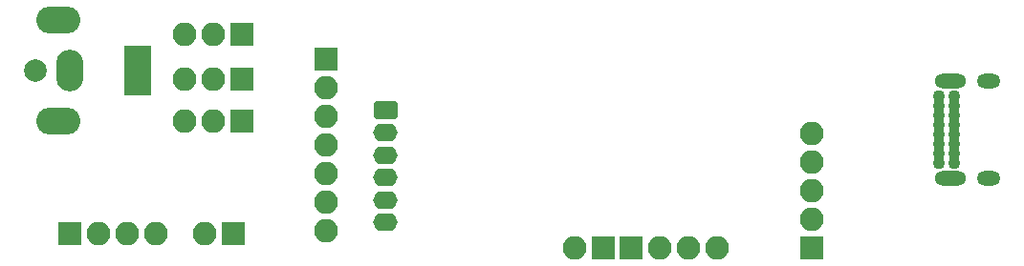
<source format=gbr>
G04 #@! TF.GenerationSoftware,KiCad,Pcbnew,5.1.5-52549c5~84~ubuntu18.04.1*
G04 #@! TF.CreationDate,2020-03-24T02:11:58-07:00*
G04 #@! TF.ProjectId,motor-control,6d6f746f-722d-4636-9f6e-74726f6c2e6b,rev?*
G04 #@! TF.SameCoordinates,Original*
G04 #@! TF.FileFunction,Soldermask,Bot*
G04 #@! TF.FilePolarity,Negative*
%FSLAX46Y46*%
G04 Gerber Fmt 4.6, Leading zero omitted, Abs format (unit mm)*
G04 Created by KiCad (PCBNEW 5.1.5-52549c5~84~ubuntu18.04.1) date 2020-03-24 02:11:58*
%MOMM*%
%LPD*%
G04 APERTURE LIST*
%ADD10O,2.100000X2.100000*%
%ADD11R,2.100000X2.100000*%
%ADD12O,2.150000X1.600000*%
%ADD13C,0.100000*%
%ADD14O,2.100000X1.300000*%
%ADD15O,2.800000X1.300000*%
%ADD16C,1.100000*%
%ADD17R,2.400000X4.400000*%
%ADD18O,2.400000X3.700000*%
%ADD19O,3.900000X2.400000*%
%ADD20C,2.000000*%
G04 APERTURE END LIST*
D10*
X170750000Y-62090000D03*
X170750000Y-64630000D03*
X170750000Y-67170000D03*
X170750000Y-69710000D03*
D11*
X170750000Y-72250000D03*
D10*
X149710000Y-72250000D03*
D11*
X152250000Y-72250000D03*
X120250000Y-61000000D03*
D10*
X117710000Y-61000000D03*
X115170000Y-61000000D03*
D12*
X133000000Y-70000000D03*
X133000000Y-68000000D03*
X133000000Y-66000000D03*
X133000000Y-64000000D03*
X133000000Y-62000000D03*
D13*
G36*
X133774340Y-59201605D02*
G01*
X133806698Y-59206405D01*
X133838429Y-59214353D01*
X133869229Y-59225373D01*
X133898800Y-59239359D01*
X133926857Y-59256177D01*
X133953132Y-59275663D01*
X133977369Y-59297631D01*
X133999337Y-59321868D01*
X134018823Y-59348143D01*
X134035641Y-59376200D01*
X134049627Y-59405771D01*
X134060647Y-59436571D01*
X134068595Y-59468302D01*
X134073395Y-59500660D01*
X134075000Y-59533332D01*
X134075000Y-60466668D01*
X134073395Y-60499340D01*
X134068595Y-60531698D01*
X134060647Y-60563429D01*
X134049627Y-60594229D01*
X134035641Y-60623800D01*
X134018823Y-60651857D01*
X133999337Y-60678132D01*
X133977369Y-60702369D01*
X133953132Y-60724337D01*
X133926857Y-60743823D01*
X133898800Y-60760641D01*
X133869229Y-60774627D01*
X133838429Y-60785647D01*
X133806698Y-60793595D01*
X133774340Y-60798395D01*
X133741668Y-60800000D01*
X132258332Y-60800000D01*
X132225660Y-60798395D01*
X132193302Y-60793595D01*
X132161571Y-60785647D01*
X132130771Y-60774627D01*
X132101200Y-60760641D01*
X132073143Y-60743823D01*
X132046868Y-60724337D01*
X132022631Y-60702369D01*
X132000663Y-60678132D01*
X131981177Y-60651857D01*
X131964359Y-60623800D01*
X131950373Y-60594229D01*
X131939353Y-60563429D01*
X131931405Y-60531698D01*
X131926605Y-60499340D01*
X131925000Y-60466668D01*
X131925000Y-59533332D01*
X131926605Y-59500660D01*
X131931405Y-59468302D01*
X131939353Y-59436571D01*
X131950373Y-59405771D01*
X131964359Y-59376200D01*
X131981177Y-59348143D01*
X132000663Y-59321868D01*
X132022631Y-59297631D01*
X132046868Y-59275663D01*
X132073143Y-59256177D01*
X132101200Y-59239359D01*
X132130771Y-59225373D01*
X132161571Y-59214353D01*
X132193302Y-59206405D01*
X132225660Y-59201605D01*
X132258332Y-59200000D01*
X133741668Y-59200000D01*
X133774340Y-59201605D01*
G37*
D14*
X186360000Y-57450000D03*
X186360000Y-66100000D03*
D15*
X182980000Y-57450000D03*
X182980000Y-66100000D03*
D16*
X183350000Y-61350000D03*
X183350000Y-58800000D03*
X183350000Y-59650000D03*
X183350000Y-60500000D03*
X183350000Y-64750000D03*
X183350000Y-63050000D03*
X183350000Y-62200000D03*
X183350000Y-63900000D03*
X182000000Y-58800000D03*
X182000000Y-59650000D03*
X182000000Y-60500000D03*
X182000000Y-61350000D03*
X182000000Y-62200000D03*
X182000000Y-63050000D03*
X182000000Y-63900000D03*
X182000000Y-64750000D03*
D10*
X162370000Y-72250000D03*
X159830000Y-72250000D03*
X157290000Y-72250000D03*
D11*
X154750000Y-72250000D03*
D17*
X111000000Y-56500000D03*
D18*
X105000000Y-56500000D03*
D19*
X104000000Y-52000000D03*
X104000000Y-61000000D03*
D20*
X102000000Y-56500000D03*
D10*
X115170000Y-57250000D03*
X117710000Y-57250000D03*
D11*
X120250000Y-57250000D03*
X120250000Y-53250000D03*
D10*
X117710000Y-53250000D03*
X115170000Y-53250000D03*
D11*
X119500000Y-71000000D03*
D10*
X116960000Y-71000000D03*
D11*
X127750000Y-55500000D03*
D10*
X127750000Y-58040000D03*
X127750000Y-60580000D03*
X127750000Y-63120000D03*
X127750000Y-65660000D03*
X127750000Y-68200000D03*
X127750000Y-70740000D03*
D11*
X105000000Y-71000000D03*
D10*
X107540000Y-71000000D03*
X110080000Y-71000000D03*
X112620000Y-71000000D03*
M02*

</source>
